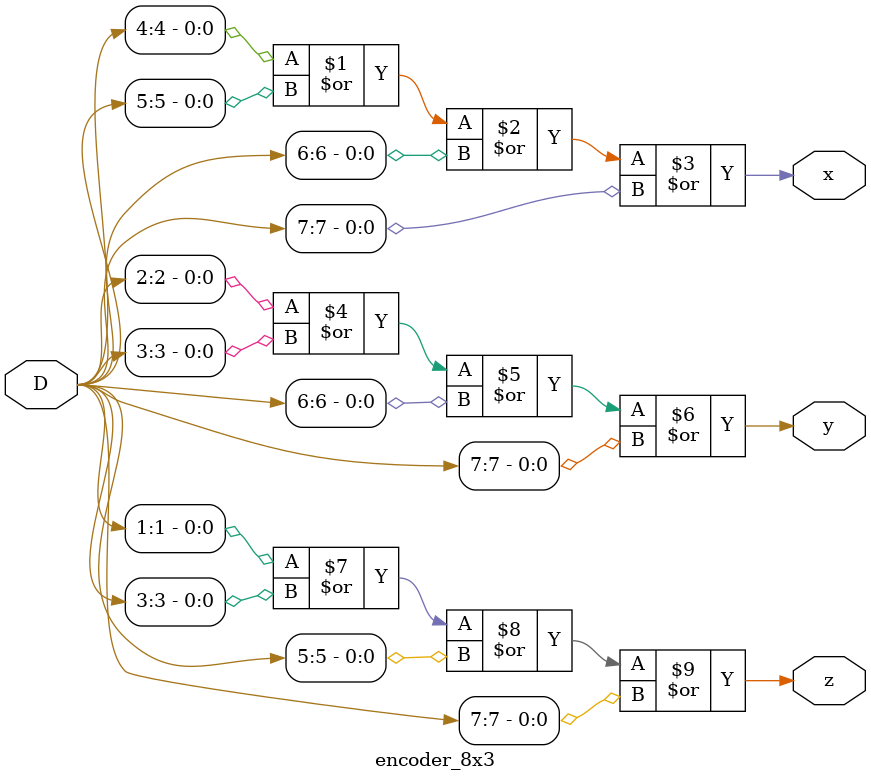
<source format=v>
module encoder_8x3(D, x, y, z);
    input [7:0] D;
    output x, y, z;

    or G1 (x, D[4], D[5], D[6], D[7]);
    or G2 (y, D[2], D[3], D[6], D[7]);
    or G3 (z, D[1], D[3], D[5], D[7]);
endmodule
</source>
